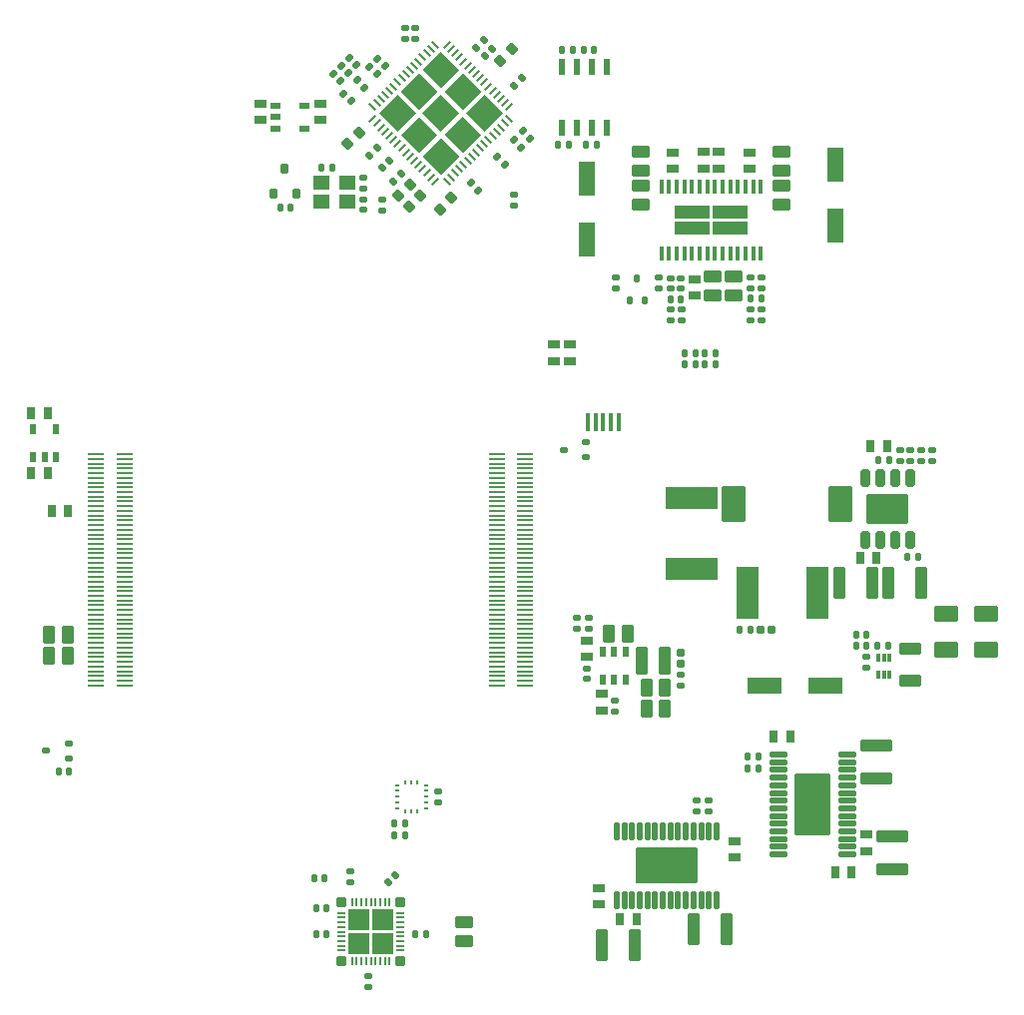
<source format=gtp>
G04*
G04 #@! TF.GenerationSoftware,Altium Limited,Altium Designer,21.8.1 (53)*
G04*
G04 Layer_Color=8421504*
%FSTAX43Y43*%
%MOMM*%
G71*
G04*
G04 #@! TF.SameCoordinates,4D8E118D-B1AD-4882-94AF-A7B266F95968*
G04*
G04*
G04 #@! TF.FilePolarity,Positive*
G04*
G01*
G75*
%ADD17R,0.250X0.350*%
%ADD18R,0.350X0.250*%
G04:AMPARAMS|DCode=19|XSize=0.6mm|YSize=0.5mm|CornerRadius=0.05mm|HoleSize=0mm|Usage=FLASHONLY|Rotation=0.000|XOffset=0mm|YOffset=0mm|HoleType=Round|Shape=RoundedRectangle|*
%AMROUNDEDRECTD19*
21,1,0.600,0.400,0,0,0.0*
21,1,0.500,0.500,0,0,0.0*
1,1,0.100,0.250,-0.200*
1,1,0.100,-0.250,-0.200*
1,1,0.100,-0.250,0.200*
1,1,0.100,0.250,0.200*
%
%ADD19ROUNDEDRECTD19*%
G04:AMPARAMS|DCode=20|XSize=0.6mm|YSize=0.5mm|CornerRadius=0.05mm|HoleSize=0mm|Usage=FLASHONLY|Rotation=270.000|XOffset=0mm|YOffset=0mm|HoleType=Round|Shape=RoundedRectangle|*
%AMROUNDEDRECTD20*
21,1,0.600,0.400,0,0,270.0*
21,1,0.500,0.500,0,0,270.0*
1,1,0.100,-0.200,-0.250*
1,1,0.100,-0.200,0.250*
1,1,0.100,0.200,0.250*
1,1,0.100,0.200,-0.250*
%
%ADD20ROUNDEDRECTD20*%
G04:AMPARAMS|DCode=21|XSize=0.95mm|YSize=0.75mm|CornerRadius=0.075mm|HoleSize=0mm|Usage=FLASHONLY|Rotation=180.000|XOffset=0mm|YOffset=0mm|HoleType=Round|Shape=RoundedRectangle|*
%AMROUNDEDRECTD21*
21,1,0.950,0.600,0,0,180.0*
21,1,0.800,0.750,0,0,180.0*
1,1,0.150,-0.400,0.300*
1,1,0.150,0.400,0.300*
1,1,0.150,0.400,-0.300*
1,1,0.150,-0.400,-0.300*
%
%ADD21ROUNDEDRECTD21*%
G04:AMPARAMS|DCode=22|XSize=0.6mm|YSize=0.5mm|CornerRadius=0.05mm|HoleSize=0mm|Usage=FLASHONLY|Rotation=315.000|XOffset=0mm|YOffset=0mm|HoleType=Round|Shape=RoundedRectangle|*
%AMROUNDEDRECTD22*
21,1,0.600,0.400,0,0,315.0*
21,1,0.500,0.500,0,0,315.0*
1,1,0.100,0.035,-0.318*
1,1,0.100,-0.318,0.035*
1,1,0.100,-0.035,0.318*
1,1,0.100,0.318,-0.035*
%
%ADD22ROUNDEDRECTD22*%
G04:AMPARAMS|DCode=23|XSize=0.6mm|YSize=0.5mm|CornerRadius=0.05mm|HoleSize=0mm|Usage=FLASHONLY|Rotation=45.000|XOffset=0mm|YOffset=0mm|HoleType=Round|Shape=RoundedRectangle|*
%AMROUNDEDRECTD23*
21,1,0.600,0.400,0,0,45.0*
21,1,0.500,0.500,0,0,45.0*
1,1,0.100,0.318,0.035*
1,1,0.100,-0.035,-0.318*
1,1,0.100,-0.318,-0.035*
1,1,0.100,0.035,0.318*
%
%ADD23ROUNDEDRECTD23*%
%ADD24R,1.430X0.200*%
G04:AMPARAMS|DCode=25|XSize=0.95mm|YSize=0.75mm|CornerRadius=0.075mm|HoleSize=0mm|Usage=FLASHONLY|Rotation=270.000|XOffset=0mm|YOffset=0mm|HoleType=Round|Shape=RoundedRectangle|*
%AMROUNDEDRECTD25*
21,1,0.950,0.600,0,0,270.0*
21,1,0.800,0.750,0,0,270.0*
1,1,0.150,-0.300,-0.400*
1,1,0.150,-0.300,0.400*
1,1,0.150,0.300,0.400*
1,1,0.150,0.300,-0.400*
%
%ADD25ROUNDEDRECTD25*%
G04:AMPARAMS|DCode=26|XSize=1.45mm|YSize=0.95mm|CornerRadius=0.095mm|HoleSize=0mm|Usage=FLASHONLY|Rotation=90.000|XOffset=0mm|YOffset=0mm|HoleType=Round|Shape=RoundedRectangle|*
%AMROUNDEDRECTD26*
21,1,1.450,0.760,0,0,90.0*
21,1,1.260,0.950,0,0,90.0*
1,1,0.190,0.380,0.630*
1,1,0.190,0.380,-0.630*
1,1,0.190,-0.380,-0.630*
1,1,0.190,-0.380,0.630*
%
%ADD26ROUNDEDRECTD26*%
G04:AMPARAMS|DCode=27|XSize=2.7mm|YSize=0.95mm|CornerRadius=0.095mm|HoleSize=0mm|Usage=FLASHONLY|Rotation=270.000|XOffset=0mm|YOffset=0mm|HoleType=Round|Shape=RoundedRectangle|*
%AMROUNDEDRECTD27*
21,1,2.700,0.760,0,0,270.0*
21,1,2.510,0.950,0,0,270.0*
1,1,0.190,-0.380,-1.255*
1,1,0.190,-0.380,1.255*
1,1,0.190,0.380,1.255*
1,1,0.190,0.380,-1.255*
%
%ADD27ROUNDEDRECTD27*%
G04:AMPARAMS|DCode=28|XSize=0.95mm|YSize=0.75mm|CornerRadius=0.075mm|HoleSize=0mm|Usage=FLASHONLY|Rotation=315.000|XOffset=0mm|YOffset=0mm|HoleType=Round|Shape=RoundedRectangle|*
%AMROUNDEDRECTD28*
21,1,0.950,0.600,0,0,315.0*
21,1,0.800,0.750,0,0,315.0*
1,1,0.150,0.071,-0.495*
1,1,0.150,-0.495,0.071*
1,1,0.150,-0.071,0.495*
1,1,0.150,0.495,-0.071*
%
%ADD28ROUNDEDRECTD28*%
G04:AMPARAMS|DCode=29|XSize=1.45mm|YSize=0.95mm|CornerRadius=0.095mm|HoleSize=0mm|Usage=FLASHONLY|Rotation=180.000|XOffset=0mm|YOffset=0mm|HoleType=Round|Shape=RoundedRectangle|*
%AMROUNDEDRECTD29*
21,1,1.450,0.760,0,0,180.0*
21,1,1.260,0.950,0,0,180.0*
1,1,0.190,-0.630,0.380*
1,1,0.190,0.630,0.380*
1,1,0.190,0.630,-0.380*
1,1,0.190,-0.630,-0.380*
%
%ADD29ROUNDEDRECTD29*%
%ADD30R,1.450X3.000*%
G04:AMPARAMS|DCode=31|XSize=0.55mm|YSize=0.9mm|CornerRadius=0.055mm|HoleSize=0mm|Usage=FLASHONLY|Rotation=180.000|XOffset=0mm|YOffset=0mm|HoleType=Round|Shape=RoundedRectangle|*
%AMROUNDEDRECTD31*
21,1,0.550,0.790,0,0,180.0*
21,1,0.440,0.900,0,0,180.0*
1,1,0.110,-0.220,0.395*
1,1,0.110,0.220,0.395*
1,1,0.110,0.220,-0.395*
1,1,0.110,-0.220,-0.395*
%
%ADD31ROUNDEDRECTD31*%
G04:AMPARAMS|DCode=32|XSize=1.4mm|YSize=1.95mm|CornerRadius=0.14mm|HoleSize=0mm|Usage=FLASHONLY|Rotation=90.000|XOffset=0mm|YOffset=0mm|HoleType=Round|Shape=RoundedRectangle|*
%AMROUNDEDRECTD32*
21,1,1.400,1.670,0,0,90.0*
21,1,1.120,1.950,0,0,90.0*
1,1,0.280,0.835,0.560*
1,1,0.280,0.835,-0.560*
1,1,0.280,-0.835,-0.560*
1,1,0.280,-0.835,0.560*
%
%ADD32ROUNDEDRECTD32*%
%ADD33R,1.950X4.400*%
G04:AMPARAMS|DCode=34|XSize=0.5mm|YSize=0.65mm|CornerRadius=0.05mm|HoleSize=0mm|Usage=FLASHONLY|Rotation=270.000|XOffset=0mm|YOffset=0mm|HoleType=Round|Shape=RoundedRectangle|*
%AMROUNDEDRECTD34*
21,1,0.500,0.550,0,0,270.0*
21,1,0.400,0.650,0,0,270.0*
1,1,0.100,-0.275,-0.200*
1,1,0.100,-0.275,0.200*
1,1,0.100,0.275,0.200*
1,1,0.100,0.275,-0.200*
%
%ADD34ROUNDEDRECTD34*%
G04:AMPARAMS|DCode=35|XSize=0.4mm|YSize=1.5mm|CornerRadius=0.1mm|HoleSize=0mm|Usage=FLASHONLY|Rotation=0.000|XOffset=0mm|YOffset=0mm|HoleType=Round|Shape=RoundedRectangle|*
%AMROUNDEDRECTD35*
21,1,0.400,1.300,0,0,0.0*
21,1,0.200,1.500,0,0,0.0*
1,1,0.200,0.100,-0.650*
1,1,0.200,-0.100,-0.650*
1,1,0.200,-0.100,0.650*
1,1,0.200,0.100,0.650*
%
%ADD35ROUNDEDRECTD35*%
G04:AMPARAMS|DCode=36|XSize=0.6mm|YSize=0.85mm|CornerRadius=0.06mm|HoleSize=0mm|Usage=FLASHONLY|Rotation=180.000|XOffset=0mm|YOffset=0mm|HoleType=Round|Shape=RoundedRectangle|*
%AMROUNDEDRECTD36*
21,1,0.600,0.730,0,0,180.0*
21,1,0.480,0.850,0,0,180.0*
1,1,0.120,-0.240,0.365*
1,1,0.120,0.240,0.365*
1,1,0.120,0.240,-0.365*
1,1,0.120,-0.240,-0.365*
%
%ADD36ROUNDEDRECTD36*%
G04:AMPARAMS|DCode=37|XSize=0.55mm|YSize=1.35mm|CornerRadius=0.028mm|HoleSize=0mm|Usage=FLASHONLY|Rotation=180.000|XOffset=0mm|YOffset=0mm|HoleType=Round|Shape=RoundedRectangle|*
%AMROUNDEDRECTD37*
21,1,0.550,1.295,0,0,180.0*
21,1,0.495,1.350,0,0,180.0*
1,1,0.055,-0.248,0.648*
1,1,0.055,0.248,0.648*
1,1,0.055,0.248,-0.648*
1,1,0.055,-0.248,-0.648*
%
%ADD37ROUNDEDRECTD37*%
G04:AMPARAMS|DCode=38|XSize=0.2mm|YSize=0.85mm|CornerRadius=0mm|HoleSize=0mm|Usage=FLASHONLY|Rotation=45.000|XOffset=0mm|YOffset=0mm|HoleType=Round|Shape=Round|*
%AMOVALD38*
21,1,0.650,0.200,0.000,0.000,135.0*
1,1,0.200,0.230,-0.230*
1,1,0.200,-0.230,0.230*
%
%ADD38OVALD38*%

G04:AMPARAMS|DCode=39|XSize=0.2mm|YSize=0.85mm|CornerRadius=0mm|HoleSize=0mm|Usage=FLASHONLY|Rotation=315.000|XOffset=0mm|YOffset=0mm|HoleType=Round|Shape=Round|*
%AMOVALD39*
21,1,0.650,0.200,0.000,0.000,45.0*
1,1,0.200,-0.230,-0.230*
1,1,0.200,0.230,0.230*
%
%ADD39OVALD39*%

G04:AMPARAMS|DCode=40|XSize=0.3mm|YSize=0.67mm|CornerRadius=0.03mm|HoleSize=0mm|Usage=FLASHONLY|Rotation=180.000|XOffset=0mm|YOffset=0mm|HoleType=Round|Shape=RoundedRectangle|*
%AMROUNDEDRECTD40*
21,1,0.300,0.610,0,0,180.0*
21,1,0.240,0.670,0,0,180.0*
1,1,0.060,-0.120,0.305*
1,1,0.060,0.120,0.305*
1,1,0.060,0.120,-0.305*
1,1,0.060,-0.120,-0.305*
%
%ADD40ROUNDEDRECTD40*%
G04:AMPARAMS|DCode=41|XSize=1.8mm|YSize=1.05mm|CornerRadius=0.105mm|HoleSize=0mm|Usage=FLASHONLY|Rotation=0.000|XOffset=0mm|YOffset=0mm|HoleType=Round|Shape=RoundedRectangle|*
%AMROUNDEDRECTD41*
21,1,1.800,0.840,0,0,0.0*
21,1,1.590,1.050,0,0,0.0*
1,1,0.210,0.795,-0.420*
1,1,0.210,-0.795,-0.420*
1,1,0.210,-0.795,0.420*
1,1,0.210,0.795,0.420*
%
%ADD41ROUNDEDRECTD41*%
G04:AMPARAMS|DCode=42|XSize=2.7mm|YSize=0.95mm|CornerRadius=0.095mm|HoleSize=0mm|Usage=FLASHONLY|Rotation=0.000|XOffset=0mm|YOffset=0mm|HoleType=Round|Shape=RoundedRectangle|*
%AMROUNDEDRECTD42*
21,1,2.700,0.760,0,0,0.0*
21,1,2.510,0.950,0,0,0.0*
1,1,0.190,1.255,-0.380*
1,1,0.190,-1.255,-0.380*
1,1,0.190,-1.255,0.380*
1,1,0.190,1.255,0.380*
%
%ADD42ROUNDEDRECTD42*%
G04:AMPARAMS|DCode=43|XSize=0.8mm|YSize=1.5mm|CornerRadius=0.2mm|HoleSize=0mm|Usage=FLASHONLY|Rotation=180.000|XOffset=0mm|YOffset=0mm|HoleType=Round|Shape=RoundedRectangle|*
%AMROUNDEDRECTD43*
21,1,0.800,1.100,0,0,180.0*
21,1,0.400,1.500,0,0,180.0*
1,1,0.400,-0.200,0.550*
1,1,0.400,0.200,0.550*
1,1,0.400,0.200,-0.550*
1,1,0.400,-0.200,-0.550*
%
%ADD43ROUNDEDRECTD43*%
G04:AMPARAMS|DCode=44|XSize=2.61mm|YSize=3.5mm|CornerRadius=0.131mm|HoleSize=0mm|Usage=FLASHONLY|Rotation=90.000|XOffset=0mm|YOffset=0mm|HoleType=Round|Shape=RoundedRectangle|*
%AMROUNDEDRECTD44*
21,1,2.610,3.239,0,0,90.0*
21,1,2.349,3.500,0,0,90.0*
1,1,0.261,1.620,1.175*
1,1,0.261,1.620,-1.175*
1,1,0.261,-1.620,-1.175*
1,1,0.261,-1.620,1.175*
%
%ADD44ROUNDEDRECTD44*%
G04:AMPARAMS|DCode=45|XSize=0.95mm|YSize=2.4mm|CornerRadius=0.095mm|HoleSize=0mm|Usage=FLASHONLY|Rotation=0.000|XOffset=0mm|YOffset=0mm|HoleType=Round|Shape=RoundedRectangle|*
%AMROUNDEDRECTD45*
21,1,0.950,2.210,0,0,0.0*
21,1,0.760,2.400,0,0,0.0*
1,1,0.190,0.380,-1.105*
1,1,0.190,-0.380,-1.105*
1,1,0.190,-0.380,1.105*
1,1,0.190,0.380,1.105*
%
%ADD45ROUNDEDRECTD45*%
G04:AMPARAMS|DCode=46|XSize=3.05mm|YSize=2.05mm|CornerRadius=0.205mm|HoleSize=0mm|Usage=FLASHONLY|Rotation=270.000|XOffset=0mm|YOffset=0mm|HoleType=Round|Shape=RoundedRectangle|*
%AMROUNDEDRECTD46*
21,1,3.050,1.640,0,0,270.0*
21,1,2.640,2.050,0,0,270.0*
1,1,0.410,-0.820,-1.320*
1,1,0.410,-0.820,1.320*
1,1,0.410,0.820,1.320*
1,1,0.410,0.820,-1.320*
%
%ADD46ROUNDEDRECTD46*%
%ADD47R,4.400X1.950*%
%ADD48O,0.200X0.800*%
%ADD49O,0.800X0.200*%
G04:AMPARAMS|DCode=50|XSize=0.85mm|YSize=0.85mm|CornerRadius=0.17mm|HoleSize=0mm|Usage=FLASHONLY|Rotation=180.000|XOffset=0mm|YOffset=0mm|HoleType=Round|Shape=RoundedRectangle|*
%AMROUNDEDRECTD50*
21,1,0.850,0.510,0,0,180.0*
21,1,0.510,0.850,0,0,180.0*
1,1,0.340,-0.255,0.255*
1,1,0.340,0.255,0.255*
1,1,0.340,0.255,-0.255*
1,1,0.340,-0.255,-0.255*
%
%ADD50ROUNDEDRECTD50*%
G04:AMPARAMS|DCode=51|XSize=1.4mm|YSize=1.15mm|CornerRadius=0.058mm|HoleSize=0mm|Usage=FLASHONLY|Rotation=0.000|XOffset=0mm|YOffset=0mm|HoleType=Round|Shape=RoundedRectangle|*
%AMROUNDEDRECTD51*
21,1,1.400,1.035,0,0,0.0*
21,1,1.285,1.150,0,0,0.0*
1,1,0.115,0.643,-0.518*
1,1,0.115,-0.643,-0.518*
1,1,0.115,-0.643,0.518*
1,1,0.115,0.643,0.518*
%
%ADD51ROUNDEDRECTD51*%
%ADD52O,0.400X1.200*%
G04:AMPARAMS|DCode=53|XSize=0.55mm|YSize=0.9mm|CornerRadius=0.055mm|HoleSize=0mm|Usage=FLASHONLY|Rotation=90.000|XOffset=0mm|YOffset=0mm|HoleType=Round|Shape=RoundedRectangle|*
%AMROUNDEDRECTD53*
21,1,0.550,0.790,0,0,90.0*
21,1,0.440,0.900,0,0,90.0*
1,1,0.110,0.395,0.220*
1,1,0.110,0.395,-0.220*
1,1,0.110,-0.395,-0.220*
1,1,0.110,-0.395,0.220*
%
%ADD53ROUNDEDRECTD53*%
G04:AMPARAMS|DCode=54|XSize=0.5mm|YSize=0.65mm|CornerRadius=0.05mm|HoleSize=0mm|Usage=FLASHONLY|Rotation=180.000|XOffset=0mm|YOffset=0mm|HoleType=Round|Shape=RoundedRectangle|*
%AMROUNDEDRECTD54*
21,1,0.500,0.550,0,0,180.0*
21,1,0.400,0.650,0,0,180.0*
1,1,0.100,-0.200,0.275*
1,1,0.100,0.200,0.275*
1,1,0.100,0.200,-0.275*
1,1,0.100,-0.200,-0.275*
%
%ADD54ROUNDEDRECTD54*%
G04:AMPARAMS|DCode=55|XSize=0.6mm|YSize=0.7mm|CornerRadius=0.06mm|HoleSize=0mm|Usage=FLASHONLY|Rotation=90.000|XOffset=0mm|YOffset=0mm|HoleType=Round|Shape=RoundedRectangle|*
%AMROUNDEDRECTD55*
21,1,0.600,0.580,0,0,90.0*
21,1,0.480,0.700,0,0,90.0*
1,1,0.120,0.290,0.240*
1,1,0.120,0.290,-0.240*
1,1,0.120,-0.290,-0.240*
1,1,0.120,-0.290,0.240*
%
%ADD55ROUNDEDRECTD55*%
G04:AMPARAMS|DCode=56|XSize=0.6mm|YSize=0.7mm|CornerRadius=0.06mm|HoleSize=0mm|Usage=FLASHONLY|Rotation=0.000|XOffset=0mm|YOffset=0mm|HoleType=Round|Shape=RoundedRectangle|*
%AMROUNDEDRECTD56*
21,1,0.600,0.580,0,0,0.0*
21,1,0.480,0.700,0,0,0.0*
1,1,0.120,0.240,-0.290*
1,1,0.120,-0.240,-0.290*
1,1,0.120,-0.240,0.290*
1,1,0.120,0.240,0.290*
%
%ADD56ROUNDEDRECTD56*%
G04:AMPARAMS|DCode=57|XSize=0.45mm|YSize=1.5mm|CornerRadius=0.113mm|HoleSize=0mm|Usage=FLASHONLY|Rotation=180.000|XOffset=0mm|YOffset=0mm|HoleType=Round|Shape=RoundedRectangle|*
%AMROUNDEDRECTD57*
21,1,0.450,1.275,0,0,180.0*
21,1,0.225,1.500,0,0,180.0*
1,1,0.225,-0.113,0.638*
1,1,0.225,0.113,0.638*
1,1,0.225,0.113,-0.638*
1,1,0.225,-0.113,-0.638*
%
%ADD57ROUNDEDRECTD57*%
G04:AMPARAMS|DCode=58|XSize=5.18mm|YSize=3.1mm|CornerRadius=0.078mm|HoleSize=0mm|Usage=FLASHONLY|Rotation=180.000|XOffset=0mm|YOffset=0mm|HoleType=Round|Shape=RoundedRectangle|*
%AMROUNDEDRECTD58*
21,1,5.180,2.945,0,0,180.0*
21,1,5.025,3.100,0,0,180.0*
1,1,0.155,-2.513,1.473*
1,1,0.155,2.513,1.473*
1,1,0.155,2.513,-1.473*
1,1,0.155,-2.513,-1.473*
%
%ADD58ROUNDEDRECTD58*%
G04:AMPARAMS|DCode=59|XSize=0.45mm|YSize=1.5mm|CornerRadius=0.113mm|HoleSize=0mm|Usage=FLASHONLY|Rotation=270.000|XOffset=0mm|YOffset=0mm|HoleType=Round|Shape=RoundedRectangle|*
%AMROUNDEDRECTD59*
21,1,0.450,1.275,0,0,270.0*
21,1,0.225,1.500,0,0,270.0*
1,1,0.225,-0.638,-0.113*
1,1,0.225,-0.638,0.113*
1,1,0.225,0.638,0.113*
1,1,0.225,0.638,-0.113*
%
%ADD59ROUNDEDRECTD59*%
G04:AMPARAMS|DCode=60|XSize=5.18mm|YSize=3.1mm|CornerRadius=0.078mm|HoleSize=0mm|Usage=FLASHONLY|Rotation=270.000|XOffset=0mm|YOffset=0mm|HoleType=Round|Shape=RoundedRectangle|*
%AMROUNDEDRECTD60*
21,1,5.180,2.945,0,0,270.0*
21,1,5.025,3.100,0,0,270.0*
1,1,0.155,-1.473,-2.513*
1,1,0.155,-1.473,2.513*
1,1,0.155,1.473,2.513*
1,1,0.155,1.473,-2.513*
%
%ADD60ROUNDEDRECTD60*%
%ADD61R,3.000X1.450*%
G36*
X-00128Y-00333D02*
Y-00351D01*
X-00146D01*
Y-00333D01*
X-00128D01*
D02*
G37*
G36*
Y-00331D02*
Y-00313D01*
X-00146D01*
Y-00331D01*
X-00128D01*
D02*
G37*
G36*
X-00126Y-00333D02*
Y-00351D01*
X-00108D01*
Y-00333D01*
X-00126D01*
D02*
G37*
G36*
Y-00331D02*
Y-00313D01*
X-00108D01*
Y-00331D01*
X-00126D01*
D02*
G37*
G36*
X0013089Y0025975D02*
Y0027075D01*
X0016064Y0027075D01*
Y0025975D01*
X0013089Y0025975D01*
D02*
G37*
G36*
Y0028375D02*
Y0027275D01*
X0016064Y0027275D01*
Y0028375D01*
X0013089Y0028375D01*
D02*
G37*
G36*
X0019239Y0025975D02*
Y0027075D01*
X0016264Y0027075D01*
Y0025975D01*
X0019239Y0025975D01*
D02*
G37*
G36*
Y0028375D02*
Y0027275D01*
X0016264Y0027275D01*
Y0028375D01*
X0019239Y0028375D01*
D02*
G37*
G36*
X-0005191Y0039927D02*
X-0006746Y0038371D01*
X-0008302Y0039927D01*
X-0006746Y0041483D01*
X-0005191Y0039927D01*
D02*
G37*
G36*
X-0003352Y0038088D02*
X-0004908Y0036533D01*
X-0006464Y0038088D01*
X-0004908Y0039644D01*
X-0003352Y0038088D01*
D02*
G37*
G36*
X-0007029D02*
X-0008585Y0036533D01*
X-0010141Y0038088D01*
X-0008585Y0039644D01*
X-0007029Y0038088D01*
D02*
G37*
G36*
X-0008868Y003625D02*
X-0010423Y0034694D01*
X-0011979Y003625D01*
X-0010423Y0037806D01*
X-0008868Y003625D01*
D02*
G37*
G36*
X-0001514Y003625D02*
X-0003069Y0034694D01*
X-0004625Y003625D01*
X-0003069Y0037806D01*
X-0001514Y003625D01*
D02*
G37*
G36*
X-0005191Y003625D02*
X-0006746Y0034694D01*
X-0008302Y003625D01*
X-0006746Y0037806D01*
X-0005191Y003625D01*
D02*
G37*
G36*
X-0003352Y0034412D02*
X-0004908Y0032856D01*
X-0006464Y0034412D01*
X-0004908Y0035967D01*
X-0003352Y0034412D01*
D02*
G37*
G36*
X-0007029Y0034412D02*
X-0008585Y0032856D01*
X-0010141Y0034412D01*
X-0008585Y0035967D01*
X-0007029Y0034412D01*
D02*
G37*
G36*
X-0005191Y0032573D02*
X-0006746Y0031017D01*
X-0008302Y0032573D01*
X-0006746Y0034129D01*
X-0005191Y0032573D01*
D02*
G37*
D17*
X-000875Y-0022975D02*
D03*
X-000925D02*
D03*
X-000975D02*
D03*
Y-0020525D02*
D03*
X-000925D02*
D03*
X-000875D02*
D03*
D18*
X-0010475Y-002275D02*
D03*
Y-002225D02*
D03*
Y-002175D02*
D03*
Y-002125D02*
D03*
Y-002075D02*
D03*
X-0008025D02*
D03*
Y-002125D02*
D03*
Y-002175D02*
D03*
Y-002225D02*
D03*
Y-002275D02*
D03*
D19*
X-0007Y-00222D02*
D03*
Y-00213D02*
D03*
X-0014475Y-00281D02*
D03*
Y-0029D02*
D03*
X-0011725Y0028D02*
D03*
Y00289D02*
D03*
X-00129Y-003695D02*
D03*
X-00129Y-003785D02*
D03*
X0034Y000675D02*
D03*
Y000765D02*
D03*
X00322Y000765D02*
D03*
Y000675D02*
D03*
X0029325Y-00099D02*
D03*
X0029325Y-00108D02*
D03*
X0013575Y-0012325D02*
D03*
Y-0011425D02*
D03*
X00056Y-001175D02*
D03*
Y-001085D02*
D03*
X0005774Y-0006599D02*
D03*
Y-0007499D02*
D03*
X0004825Y-00066D02*
D03*
Y-00075D02*
D03*
X0011689Y00214D02*
D03*
Y00223D02*
D03*
X0019489Y00223D02*
D03*
Y00214D02*
D03*
X00081Y00214D02*
D03*
X00081Y00223D02*
D03*
X-00089Y004345D02*
D03*
Y004255D02*
D03*
X-00098Y004345D02*
D03*
Y004255D02*
D03*
X00136Y002135D02*
D03*
Y002225D02*
D03*
X0019525Y00196D02*
D03*
Y00187D02*
D03*
X0013675Y0019575D02*
D03*
Y0018675D02*
D03*
X-00133Y003075D02*
D03*
Y002985D02*
D03*
Y002895D02*
D03*
Y002805D02*
D03*
X0012725Y0018675D02*
D03*
Y0019575D02*
D03*
X0008Y-0014525D02*
D03*
Y-0013625D02*
D03*
X00331Y000765D02*
D03*
Y000675D02*
D03*
X00349D02*
D03*
Y000765D02*
D03*
X0020475Y00196D02*
D03*
Y00187D02*
D03*
X0020439Y00223D02*
D03*
Y00214D02*
D03*
X00127Y002225D02*
D03*
Y002135D02*
D03*
X-000055Y00293D02*
D03*
Y00284D02*
D03*
X0014925Y-0023D02*
D03*
Y-00221D02*
D03*
X0015925Y-0023D02*
D03*
Y-00221D02*
D03*
D20*
X-0009775Y-0025D02*
D03*
X-0010675D02*
D03*
X-00175Y-002865D02*
D03*
X-00166D02*
D03*
X-00089Y-00334D02*
D03*
X-0008D02*
D03*
X-001645Y-00334D02*
D03*
X-001735D02*
D03*
X00193Y-0019325D02*
D03*
X00202D02*
D03*
X0029375Y-0007975D02*
D03*
X0028475D02*
D03*
X0030275Y-000895D02*
D03*
X0031175D02*
D03*
X-001735Y-00312D02*
D03*
X-001645D02*
D03*
X-0016899Y0031616D02*
D03*
X-0015999D02*
D03*
X000555Y00336D02*
D03*
X000645D02*
D03*
X000355Y00416D02*
D03*
X000445D02*
D03*
X000625D02*
D03*
X000535D02*
D03*
X00195Y-000755D02*
D03*
X00186D02*
D03*
X001955Y00205D02*
D03*
X002045D02*
D03*
X00127Y0020475D02*
D03*
X00136D02*
D03*
X00032Y00336D02*
D03*
X00041D02*
D03*
X-00204Y002825D02*
D03*
X-00195D02*
D03*
X001655Y0014975D02*
D03*
X001565D02*
D03*
X001655Y0015875D02*
D03*
X001565D02*
D03*
X001395Y0015875D02*
D03*
X001485D02*
D03*
Y0014975D02*
D03*
X001395D02*
D03*
X-00098Y-0024D02*
D03*
X-00107D02*
D03*
X-0039175Y-00196D02*
D03*
X-0038275D02*
D03*
X003285Y-00014D02*
D03*
X003375D02*
D03*
X003125Y00068D02*
D03*
X003035D02*
D03*
X0028475Y-000895D02*
D03*
X0029375D02*
D03*
X00202Y-0018325D02*
D03*
X00193D02*
D03*
D21*
X00182Y-00269D02*
D03*
Y-00255D02*
D03*
X-0016975Y003565D02*
D03*
Y003705D02*
D03*
X-0022075Y003565D02*
D03*
Y003705D02*
D03*
X0006625Y-00309D02*
D03*
Y-00295D02*
D03*
X00293Y-0024975D02*
D03*
Y-0026375D02*
D03*
X0005599Y-0008475D02*
D03*
Y-0009875D02*
D03*
X0014739Y0020775D02*
D03*
Y0022175D02*
D03*
X00194Y00329D02*
D03*
Y00315D02*
D03*
X00168Y003155D02*
D03*
Y003295D02*
D03*
X00155D02*
D03*
Y003155D02*
D03*
X000415Y00152D02*
D03*
Y00166D02*
D03*
X00129Y00315D02*
D03*
Y00329D02*
D03*
X00069Y-0013D02*
D03*
Y-00144D02*
D03*
X000285Y00152D02*
D03*
Y00166D02*
D03*
D22*
X-0000524Y0038583D02*
D03*
X0000112Y003922D02*
D03*
X-0012191Y003328D02*
D03*
X-0012828Y0032644D02*
D03*
X-0003034Y0041094D02*
D03*
X-0002398Y004173D02*
D03*
X-0010141Y0031088D02*
D03*
X-0010777Y0030452D02*
D03*
X-0003741Y0041801D02*
D03*
X-0003105Y0042437D02*
D03*
X-0011131Y0032219D02*
D03*
X-0011767Y0031583D02*
D03*
X-0010607Y-0028407D02*
D03*
X-0011243Y-0029043D02*
D03*
D23*
X-0014382Y0037282D02*
D03*
X-0015018Y0037918D02*
D03*
X0000182Y0034718D02*
D03*
X0000818Y0034082D02*
D03*
X-0001973Y0032538D02*
D03*
X-0001337Y0031901D02*
D03*
X-0004218Y0030318D02*
D03*
X-0003582Y0029682D02*
D03*
X0000077Y0033316D02*
D03*
X-0000559Y0033952D02*
D03*
X-0011482Y0040232D02*
D03*
X-0012118Y0040868D02*
D03*
X-0013924Y0040316D02*
D03*
X-001456Y0040952D02*
D03*
X-0012793Y0040193D02*
D03*
X-0012157Y0039557D02*
D03*
X-0015903Y0039609D02*
D03*
X-0015267Y0038972D02*
D03*
X-0015232Y0040281D02*
D03*
X-0014595Y0039644D02*
D03*
X-0013216Y0038407D02*
D03*
X-0013853Y0039043D02*
D03*
D24*
X-003599Y00021D02*
D03*
Y00017D02*
D03*
Y00013D02*
D03*
Y00009D02*
D03*
Y00005D02*
D03*
Y00001D02*
D03*
Y-00003D02*
D03*
Y-00011D02*
D03*
Y-00015D02*
D03*
Y-00019D02*
D03*
Y-00023D02*
D03*
Y-00007D02*
D03*
Y-00027D02*
D03*
Y-00031D02*
D03*
Y-00035D02*
D03*
Y-00039D02*
D03*
Y-00043D02*
D03*
Y-00047D02*
D03*
Y-00055D02*
D03*
Y-00059D02*
D03*
Y-00063D02*
D03*
Y-00067D02*
D03*
Y-00051D02*
D03*
Y-00071D02*
D03*
Y-00083D02*
D03*
Y-00087D02*
D03*
X-003361Y-00083D02*
D03*
Y-00087D02*
D03*
X-003599Y-00091D02*
D03*
Y-00095D02*
D03*
Y-00099D02*
D03*
Y-00103D02*
D03*
Y-00107D02*
D03*
Y-00111D02*
D03*
Y-00115D02*
D03*
Y-00119D02*
D03*
Y-00123D02*
D03*
X-003361Y-00091D02*
D03*
Y-00095D02*
D03*
Y-00099D02*
D03*
Y-00103D02*
D03*
Y-00107D02*
D03*
Y-00111D02*
D03*
Y-00115D02*
D03*
Y-00119D02*
D03*
Y-00123D02*
D03*
X-003599Y-00075D02*
D03*
Y-00079D02*
D03*
X-003361D02*
D03*
Y-00075D02*
D03*
X-003599Y00073D02*
D03*
Y00069D02*
D03*
Y00065D02*
D03*
Y00061D02*
D03*
Y00057D02*
D03*
Y00053D02*
D03*
Y00049D02*
D03*
Y00045D02*
D03*
Y00041D02*
D03*
Y00033D02*
D03*
Y00029D02*
D03*
Y00025D02*
D03*
Y00037D02*
D03*
X-003361Y00029D02*
D03*
Y00025D02*
D03*
Y00021D02*
D03*
Y00017D02*
D03*
Y00013D02*
D03*
Y00009D02*
D03*
Y00005D02*
D03*
Y00001D02*
D03*
Y-00003D02*
D03*
Y-00011D02*
D03*
Y-00015D02*
D03*
Y-00007D02*
D03*
Y-00019D02*
D03*
Y-00023D02*
D03*
Y-00027D02*
D03*
Y-00031D02*
D03*
Y-00035D02*
D03*
Y-00039D02*
D03*
Y-00043D02*
D03*
Y-00047D02*
D03*
Y-00051D02*
D03*
Y-00055D02*
D03*
Y-00063D02*
D03*
Y-00067D02*
D03*
Y-00059D02*
D03*
Y-00071D02*
D03*
Y00073D02*
D03*
Y00069D02*
D03*
Y00065D02*
D03*
Y00061D02*
D03*
Y00057D02*
D03*
Y00053D02*
D03*
Y00049D02*
D03*
Y00041D02*
D03*
Y00037D02*
D03*
Y00033D02*
D03*
Y00045D02*
D03*
X000039D02*
D03*
Y00033D02*
D03*
Y00037D02*
D03*
Y00041D02*
D03*
Y00049D02*
D03*
Y00053D02*
D03*
Y00057D02*
D03*
Y00061D02*
D03*
Y00065D02*
D03*
Y00069D02*
D03*
Y00073D02*
D03*
Y-00071D02*
D03*
Y-00059D02*
D03*
Y-00067D02*
D03*
Y-00063D02*
D03*
Y-00055D02*
D03*
Y-00051D02*
D03*
Y-00047D02*
D03*
Y-00043D02*
D03*
Y-00039D02*
D03*
Y-00035D02*
D03*
Y-00031D02*
D03*
Y-00027D02*
D03*
Y-00023D02*
D03*
Y-00019D02*
D03*
Y-00007D02*
D03*
Y-00015D02*
D03*
Y-00011D02*
D03*
Y-00003D02*
D03*
Y00001D02*
D03*
Y00005D02*
D03*
Y00009D02*
D03*
Y00013D02*
D03*
Y00017D02*
D03*
Y00021D02*
D03*
Y00025D02*
D03*
Y00029D02*
D03*
X-000199Y00037D02*
D03*
Y00025D02*
D03*
Y00029D02*
D03*
Y00033D02*
D03*
Y00041D02*
D03*
Y00045D02*
D03*
Y00049D02*
D03*
Y00053D02*
D03*
Y00057D02*
D03*
Y00061D02*
D03*
Y00073D02*
D03*
X000039Y-00075D02*
D03*
Y-00079D02*
D03*
X-000199D02*
D03*
Y-00075D02*
D03*
X000039Y-00123D02*
D03*
Y-00119D02*
D03*
Y-00115D02*
D03*
Y-00111D02*
D03*
Y-00107D02*
D03*
Y-00103D02*
D03*
Y-00099D02*
D03*
Y-00095D02*
D03*
Y-00091D02*
D03*
X-000199Y-00123D02*
D03*
Y-00119D02*
D03*
Y-00115D02*
D03*
Y-00111D02*
D03*
Y-00107D02*
D03*
Y-00103D02*
D03*
Y-00099D02*
D03*
Y-00095D02*
D03*
Y-00091D02*
D03*
X000039Y-00087D02*
D03*
Y-00083D02*
D03*
X-000199Y-00087D02*
D03*
Y-00083D02*
D03*
Y-00071D02*
D03*
Y-00051D02*
D03*
Y-00067D02*
D03*
Y-00063D02*
D03*
Y-00059D02*
D03*
Y-00055D02*
D03*
Y-00047D02*
D03*
Y-00043D02*
D03*
Y-00039D02*
D03*
Y-00035D02*
D03*
Y-00031D02*
D03*
Y-00027D02*
D03*
Y-00007D02*
D03*
Y-00023D02*
D03*
Y-00019D02*
D03*
Y-00015D02*
D03*
Y-00011D02*
D03*
Y-00003D02*
D03*
Y00001D02*
D03*
Y00005D02*
D03*
Y00009D02*
D03*
Y00013D02*
D03*
Y00017D02*
D03*
Y00021D02*
D03*
Y00069D02*
D03*
Y00065D02*
D03*
D25*
X-0040123Y0010794D02*
D03*
X-0041523Y0010794D02*
D03*
X-0040123Y0005694D02*
D03*
X-0041523Y0005694D02*
D03*
X00281Y-0028175D02*
D03*
X00267D02*
D03*
X00302Y-000145D02*
D03*
X00288D02*
D03*
X-0039775Y00025D02*
D03*
X-0038375D02*
D03*
X00297Y0008D02*
D03*
X00311D02*
D03*
X00215Y-0016675D02*
D03*
X00229D02*
D03*
X0009825Y-00321D02*
D03*
X0008425D02*
D03*
D26*
X-00384Y-0008D02*
D03*
X-004D02*
D03*
X-00384Y-00098D02*
D03*
X-004D02*
D03*
X0010675Y-00143D02*
D03*
X0012275D02*
D03*
X0010675Y-0012475D02*
D03*
X0012275D02*
D03*
X00075Y-0007925D02*
D03*
X00091D02*
D03*
D27*
X0017525Y-0033D02*
D03*
X0014725D02*
D03*
X0006925Y-00343D02*
D03*
X0009725D02*
D03*
X0031175Y-0003625D02*
D03*
X0033975D02*
D03*
X0027075Y-0003625D02*
D03*
X0029875D02*
D03*
D28*
X-0008479Y0029285D02*
D03*
X-0009469Y0028295D02*
D03*
X-0005855Y0029045D02*
D03*
X-0006845Y0028055D02*
D03*
X-0014666Y0033634D02*
D03*
X-0013676Y0034624D02*
D03*
X-0001695Y0040705D02*
D03*
X-0000705Y0041695D02*
D03*
X-0010388Y0029214D02*
D03*
X-0009398Y0030204D02*
D03*
D29*
X0018113Y0020775D02*
D03*
Y0022375D02*
D03*
X0016289Y0020775D02*
D03*
Y0022375D02*
D03*
X00102Y0028475D02*
D03*
Y0030075D02*
D03*
X00102Y0031375D02*
D03*
Y0032975D02*
D03*
X00221Y0031375D02*
D03*
Y0032975D02*
D03*
X-0004775Y-0034025D02*
D03*
Y-0032425D02*
D03*
X00221Y0028475D02*
D03*
Y0030075D02*
D03*
D30*
X00056Y00255D02*
D03*
X00056Y003065D02*
D03*
X00267Y0031875D02*
D03*
Y0026725D02*
D03*
D31*
X-0041323Y0009444D02*
D03*
X-0039423D02*
D03*
X-0040373Y0007044D02*
D03*
X-0039423Y0007044D02*
D03*
X-0041323D02*
D03*
X0007Y-001185D02*
D03*
X00089D02*
D03*
X000795D02*
D03*
X00089Y-000945D02*
D03*
X0007D02*
D03*
X000795D02*
D03*
D32*
X0036075Y-00062D02*
D03*
X0039525D02*
D03*
X0036075Y-00093D02*
D03*
X0039525D02*
D03*
D33*
X00252Y-0004475D02*
D03*
X001925D02*
D03*
D34*
X-004025Y-001785D02*
D03*
X-003835Y-00172D02*
D03*
Y-00185D02*
D03*
X000555Y0007025D02*
D03*
Y0008325D02*
D03*
X000365Y0007675D02*
D03*
D35*
X000765Y001D02*
D03*
X0007D02*
D03*
X00057D02*
D03*
X000635D02*
D03*
X00083D02*
D03*
D36*
X-002095Y002945D02*
D03*
X-001905D02*
D03*
X-002Y003155D02*
D03*
D37*
X0007305Y00402D02*
D03*
X0006035Y00402D02*
D03*
X0004765Y00402D02*
D03*
X0003495Y00402D02*
D03*
X0007305Y0035D02*
D03*
X0006035Y0035D02*
D03*
X0004765Y0035D02*
D03*
X0003495Y0035D02*
D03*
D38*
X-0009363Y0039927D02*
D03*
X-001007Y003922D02*
D03*
X-0009716Y0039573D02*
D03*
X-0009009Y0040281D02*
D03*
X-0007241Y0042048D02*
D03*
X-0007595Y0041695D02*
D03*
X-0007949Y0041341D02*
D03*
X-0008302Y0040988D02*
D03*
X-0008656Y0040634D02*
D03*
X-0010423Y0038866D02*
D03*
X-0010777Y0038513D02*
D03*
X-0011131Y0038159D02*
D03*
X-0011484Y0037806D02*
D03*
X-0011838Y0037452D02*
D03*
X-0012191Y0037099D02*
D03*
X-0012545Y0036745D02*
D03*
X-0006251Y0030452D02*
D03*
X-0005898Y0030805D02*
D03*
X-0005544Y0031159D02*
D03*
X-0005191Y0031512D02*
D03*
X-0004837Y0031866D02*
D03*
X-0004484Y0032219D02*
D03*
X-000413Y0032573D02*
D03*
X-0003777Y0032927D02*
D03*
X-0003423Y003328D02*
D03*
X-0003069Y0033634D02*
D03*
X-0002716Y0033987D02*
D03*
X-0002362Y0034341D02*
D03*
X-0002009Y0034694D02*
D03*
X-0001655Y0035048D02*
D03*
X-0001302Y0035401D02*
D03*
X-0000948Y0035755D02*
D03*
D39*
X-0012545D02*
D03*
X-0012191Y0035401D02*
D03*
X-0011838Y0035048D02*
D03*
X-0011484Y0034694D02*
D03*
X-0011131Y0034341D02*
D03*
X-0010777Y0033987D02*
D03*
X-0010423Y0033634D02*
D03*
X-001007Y003328D02*
D03*
X-0009716Y0032927D02*
D03*
X-0009363Y0032573D02*
D03*
X-0009009Y0032219D02*
D03*
X-0008656Y0031866D02*
D03*
X-0008302Y0031512D02*
D03*
X-0007949Y0031159D02*
D03*
X-0007595Y0030805D02*
D03*
X-0007241Y0030452D02*
D03*
X-0000948Y0036745D02*
D03*
X-0001302Y0037099D02*
D03*
X-0001655Y0037452D02*
D03*
X-0002009Y0037806D02*
D03*
X-0002362Y0038159D02*
D03*
X-0002716Y0038513D02*
D03*
X-0003069Y0038866D02*
D03*
X-0003423Y003922D02*
D03*
X-0003777Y0039573D02*
D03*
X-000413Y0039927D02*
D03*
X-0004484Y0040281D02*
D03*
X-0004837Y0040634D02*
D03*
X-0005191Y0040988D02*
D03*
X-0005544Y0041341D02*
D03*
X-0005898Y0041695D02*
D03*
X-0006251Y0042048D02*
D03*
D40*
X0030325Y-001139D02*
D03*
X0030825D02*
D03*
X0031325Y-001139D02*
D03*
Y-000991D02*
D03*
X0030825Y-000991D02*
D03*
X0030325D02*
D03*
D41*
X0033025Y-0011875D02*
D03*
X0033025Y-0009175D02*
D03*
D42*
X00302Y-0017375D02*
D03*
Y-0020175D02*
D03*
X00315Y-0027875D02*
D03*
Y-0025075D02*
D03*
D43*
X0029245Y0000075D02*
D03*
X0030515D02*
D03*
X0031785D02*
D03*
X0033055D02*
D03*
X0029245Y0005325D02*
D03*
X0030515D02*
D03*
X0031785D02*
D03*
X0033055D02*
D03*
D44*
X003115Y00027D02*
D03*
D45*
X00103Y-0010175D02*
D03*
X001225D02*
D03*
D46*
X002712Y0003125D02*
D03*
X001807D02*
D03*
D47*
X001455Y-0002375D02*
D03*
Y0003575D02*
D03*
D48*
X-00143Y-00357D02*
D03*
X-00135D02*
D03*
X-00131D02*
D03*
X-00127D02*
D03*
X-00111D02*
D03*
X-00139D02*
D03*
X-00143Y-00307D02*
D03*
X-00139Y-00307D02*
D03*
X-00135D02*
D03*
X-00131Y-00307D02*
D03*
X-00127D02*
D03*
X-00123Y-00307D02*
D03*
X-00119Y-00307D02*
D03*
X-00115Y-00307D02*
D03*
X-00111Y-00307D02*
D03*
X-00115Y-00357D02*
D03*
X-00119D02*
D03*
X-00123D02*
D03*
D49*
X-00102Y-00348D02*
D03*
X-00102Y-00332D02*
D03*
Y-00336D02*
D03*
X-00152Y-00348D02*
D03*
X-00152Y-00344D02*
D03*
X-00152Y-0034D02*
D03*
Y-00336D02*
D03*
Y-00332D02*
D03*
Y-00328D02*
D03*
X-00152Y-00324D02*
D03*
X-00152Y-0032D02*
D03*
Y-00316D02*
D03*
X-00102Y-0034D02*
D03*
Y-00344D02*
D03*
X-00102Y-00316D02*
D03*
X-00102Y-00324D02*
D03*
Y-00328D02*
D03*
Y-0032D02*
D03*
D50*
X-00102Y-00307D02*
D03*
X-00152D02*
D03*
Y-00357D02*
D03*
X-00102D02*
D03*
D51*
X-0016902Y0030374D02*
D03*
X-0014702D02*
D03*
Y0028774D02*
D03*
X-0016902D02*
D03*
D52*
X0020389Y0030025D02*
D03*
X0019739D02*
D03*
X0019089D02*
D03*
X0018439D02*
D03*
X0017789D02*
D03*
X0017139D02*
D03*
X0016489D02*
D03*
X0015839D02*
D03*
X0015189D02*
D03*
X0014539D02*
D03*
X0013889D02*
D03*
X0013239D02*
D03*
X0012589D02*
D03*
X0011939D02*
D03*
X0020389Y0024325D02*
D03*
X0019739D02*
D03*
X0019089D02*
D03*
X0018439D02*
D03*
X0017789D02*
D03*
X0017139D02*
D03*
X0016489D02*
D03*
X0015839D02*
D03*
X0015189D02*
D03*
X0014539D02*
D03*
X0013889D02*
D03*
X0013239D02*
D03*
X0012589D02*
D03*
X0011939D02*
D03*
D53*
X-001835Y0036846D02*
D03*
Y0034946D02*
D03*
X-002075Y0035896D02*
D03*
X-002075Y0034946D02*
D03*
X-002075Y0036846D02*
D03*
D54*
X000925Y0020325D02*
D03*
X001055D02*
D03*
X00099Y0022225D02*
D03*
D55*
X0013575Y-00105D02*
D03*
Y-000955D02*
D03*
D56*
X0021325Y-000755D02*
D03*
X0020375D02*
D03*
D57*
X0016625Y-00247D02*
D03*
X0015975D02*
D03*
X0015325D02*
D03*
X0014675D02*
D03*
X0014025D02*
D03*
X0013375D02*
D03*
X0012725D02*
D03*
X0008175D02*
D03*
X0016625Y-00305D02*
D03*
X0015975D02*
D03*
X0015325D02*
D03*
X0014675D02*
D03*
X0014025D02*
D03*
X0013375D02*
D03*
X0012725D02*
D03*
X0012075D02*
D03*
X0011425D02*
D03*
X0010775D02*
D03*
X0010125D02*
D03*
X0009475D02*
D03*
X0008825D02*
D03*
X0008175D02*
D03*
X0012075Y-00247D02*
D03*
X0010125D02*
D03*
X0009475D02*
D03*
X0008825D02*
D03*
X0010775D02*
D03*
X0011425D02*
D03*
D58*
X00124Y-00276D02*
D03*
D59*
X00219Y-0018175D02*
D03*
Y-0018825D02*
D03*
Y-0019475D02*
D03*
Y-0020125D02*
D03*
Y-0020775D02*
D03*
Y-0021425D02*
D03*
Y-0022075D02*
D03*
Y-0026625D02*
D03*
X00277Y-0018175D02*
D03*
Y-0018825D02*
D03*
Y-0019475D02*
D03*
Y-0020125D02*
D03*
Y-0020775D02*
D03*
Y-0021425D02*
D03*
Y-0022075D02*
D03*
Y-0022725D02*
D03*
Y-0023375D02*
D03*
Y-0024025D02*
D03*
Y-0024675D02*
D03*
Y-0025325D02*
D03*
Y-0025975D02*
D03*
Y-0026625D02*
D03*
X00219Y-0022725D02*
D03*
Y-0024675D02*
D03*
Y-0025325D02*
D03*
Y-0025975D02*
D03*
Y-0024025D02*
D03*
Y-0023375D02*
D03*
D60*
X00248Y-00224D02*
D03*
D61*
X0020725Y-00123D02*
D03*
X0025875D02*
D03*
M02*

</source>
